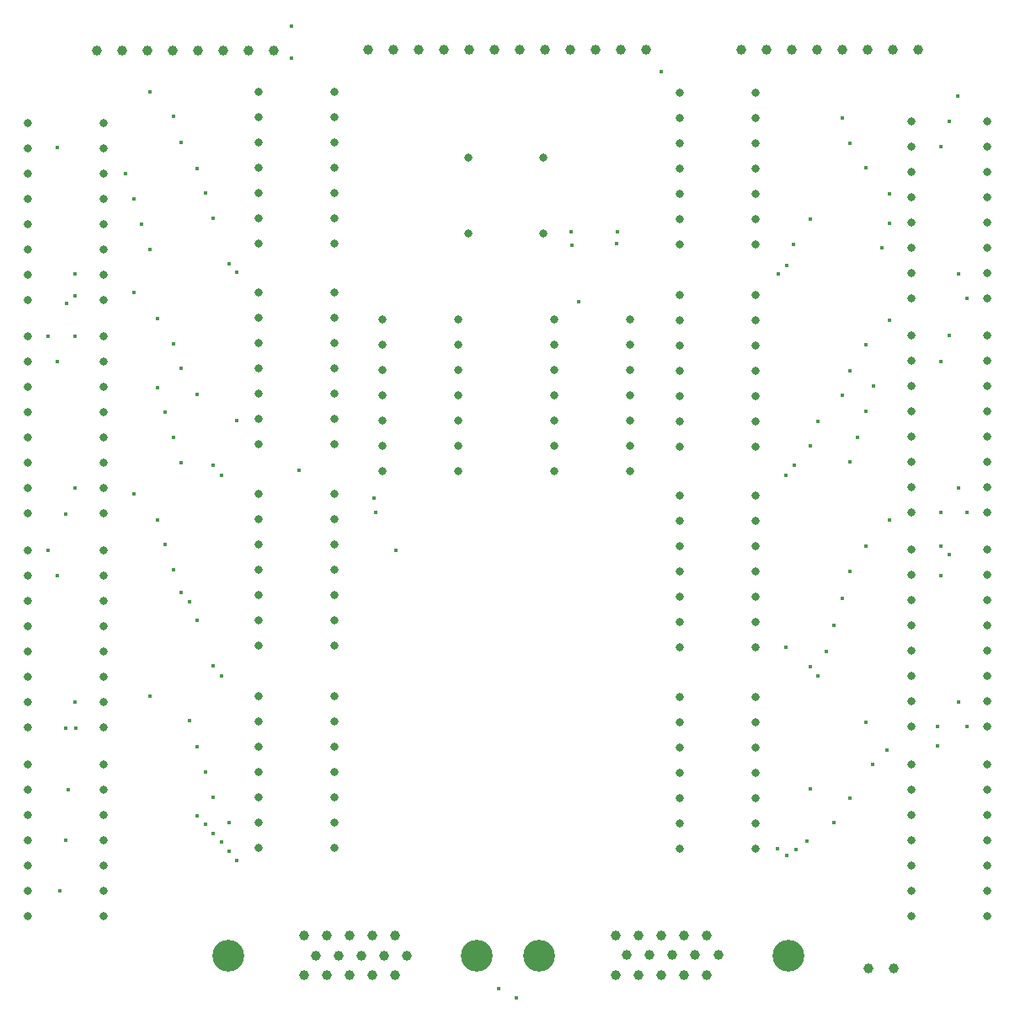
<source format=gbr>
%TF.GenerationSoftware,KiCad,Pcbnew,(6.0.5)*%
%TF.CreationDate,2023-02-18T09:08:39+02:00*%
%TF.ProjectId,VIDEOCARD_SCREENSYNC2.0,56494445-4f43-4415-9244-5f5343524545,rev?*%
%TF.SameCoordinates,Original*%
%TF.FileFunction,Plated,1,2,PTH,Drill*%
%TF.FilePolarity,Positive*%
%FSLAX46Y46*%
G04 Gerber Fmt 4.6, Leading zero omitted, Abs format (unit mm)*
G04 Created by KiCad (PCBNEW (6.0.5)) date 2023-02-18 09:08:39*
%MOMM*%
%LPD*%
G01*
G04 APERTURE LIST*
%TA.AperFunction,ViaDrill*%
%ADD10C,0.400000*%
%TD*%
%TA.AperFunction,ComponentDrill*%
%ADD11C,0.800000*%
%TD*%
%TA.AperFunction,ComponentDrill*%
%ADD12C,1.000000*%
%TD*%
%TA.AperFunction,ComponentDrill*%
%ADD13C,3.200000*%
%TD*%
G04 APERTURE END LIST*
D10*
X99880000Y-76070000D03*
X99880000Y-97570000D03*
X100780000Y-57070000D03*
X100780000Y-78570000D03*
X100780000Y-100070000D03*
X101050000Y-131750000D03*
X101630000Y-126670000D03*
X101680000Y-93870000D03*
X101680000Y-115370000D03*
X101700000Y-72700000D03*
X101900000Y-121600000D03*
X102580000Y-69770000D03*
X102580000Y-76070000D03*
X102580000Y-91270000D03*
X102580000Y-112770000D03*
X102580500Y-72000000D03*
X102680000Y-115370000D03*
X107650000Y-59650000D03*
X108480000Y-62270000D03*
X108480000Y-71670000D03*
X108480000Y-91870000D03*
X109280000Y-64770000D03*
X110080000Y-51470000D03*
X110080000Y-67270000D03*
X110080000Y-112170000D03*
X110880000Y-74270000D03*
X110880000Y-81170000D03*
X110880000Y-94470000D03*
X111680000Y-83670000D03*
X111680000Y-96970000D03*
X112480000Y-53970000D03*
X112480000Y-76770000D03*
X112480000Y-86170000D03*
X112480000Y-99470000D03*
X113280000Y-56570000D03*
X113280000Y-79270000D03*
X113280000Y-88770000D03*
X113280000Y-101770000D03*
X114080000Y-102670000D03*
X114080000Y-114670000D03*
X114880000Y-59170000D03*
X114880000Y-81870000D03*
X114880000Y-104570000D03*
X114880000Y-117270000D03*
X114880000Y-124170000D03*
X115680000Y-61670000D03*
X115680000Y-119770000D03*
X115680000Y-125070000D03*
X116480000Y-64170000D03*
X116480000Y-88970000D03*
X116480000Y-109170000D03*
X116480000Y-122370000D03*
X116480000Y-125970000D03*
X117280000Y-89970000D03*
X117280000Y-110170000D03*
X117280000Y-126870000D03*
X118080000Y-68770000D03*
X118080000Y-124870000D03*
X118080000Y-127770000D03*
X118880000Y-69570000D03*
X118880000Y-84470000D03*
X118880000Y-128670000D03*
X124380000Y-44870000D03*
X124380000Y-48070000D03*
X125100000Y-89500000D03*
X132680000Y-92270000D03*
X132780000Y-93770000D03*
X134880000Y-97570000D03*
X145180000Y-141570000D03*
X146980000Y-142470000D03*
X152480000Y-65570000D03*
X152550000Y-66850000D03*
X153200000Y-72550000D03*
X157050000Y-66750000D03*
X157080000Y-65570000D03*
X161480000Y-49470000D03*
X173200000Y-127500000D03*
X173280000Y-69790000D03*
X174080000Y-90020000D03*
X174080000Y-107280000D03*
X174100000Y-68900000D03*
X174100000Y-128200000D03*
X174800000Y-66800000D03*
X174880000Y-89020000D03*
X175100000Y-127600000D03*
X176200000Y-126770000D03*
X176480000Y-64290000D03*
X176480000Y-87020000D03*
X176480000Y-109220000D03*
X176500000Y-121500000D03*
X177280000Y-84590000D03*
X177280000Y-110160000D03*
X178080000Y-107660000D03*
X178880000Y-105060000D03*
X178880000Y-124920000D03*
X179680000Y-54080000D03*
X179680000Y-81990000D03*
X179680000Y-102390000D03*
X180480000Y-56680000D03*
X180480000Y-79480000D03*
X180480000Y-88660000D03*
X180480000Y-99620000D03*
X180500000Y-122400000D03*
X181280000Y-86160000D03*
X182080000Y-59120000D03*
X182080000Y-76890000D03*
X182080000Y-83560000D03*
X182080000Y-97120000D03*
X182080000Y-114800000D03*
X182760000Y-119060000D03*
X182880000Y-81060000D03*
X183680000Y-67160000D03*
X184180000Y-117570000D03*
X184480000Y-61710000D03*
X184480000Y-64660000D03*
X184480000Y-74390000D03*
X184480000Y-94480000D03*
X189250000Y-115200000D03*
X189300000Y-117200000D03*
X189580000Y-56970000D03*
X189580000Y-78540000D03*
X189580000Y-93740000D03*
X189580000Y-97100000D03*
X189580000Y-100040000D03*
X190480000Y-54440000D03*
X190480000Y-75940000D03*
X190500000Y-97950000D03*
X191280000Y-51870000D03*
X191380000Y-69740000D03*
X191380000Y-91240000D03*
X191380000Y-112740000D03*
X192280000Y-72240000D03*
X192280000Y-93740000D03*
X192280000Y-115240000D03*
D11*
%TO.C,74LS161*%
X97880000Y-54570000D03*
X97880000Y-57110000D03*
X97880000Y-59650000D03*
X97880000Y-62190000D03*
X97880000Y-64730000D03*
X97880000Y-67270000D03*
X97880000Y-69810000D03*
X97880000Y-72350000D03*
X97880000Y-76070000D03*
X97880000Y-78610000D03*
X97880000Y-81150000D03*
X97880000Y-83690000D03*
X97880000Y-86230000D03*
X97880000Y-88770000D03*
X97880000Y-91310000D03*
X97880000Y-93850000D03*
X97880000Y-97570000D03*
X97880000Y-100110000D03*
X97880000Y-102650000D03*
X97880000Y-105190000D03*
X97880000Y-107730000D03*
X97880000Y-110270000D03*
X97880000Y-112810000D03*
X97880000Y-115350000D03*
%TO.C,74LS04*%
X97880000Y-119070000D03*
X97880000Y-121610000D03*
X97880000Y-124150000D03*
X97880000Y-126690000D03*
X97880000Y-129230000D03*
X97880000Y-131770000D03*
X97880000Y-134310000D03*
%TO.C,74LS161*%
X105500000Y-54570000D03*
X105500000Y-57110000D03*
X105500000Y-59650000D03*
X105500000Y-62190000D03*
X105500000Y-64730000D03*
X105500000Y-67270000D03*
X105500000Y-69810000D03*
X105500000Y-72350000D03*
X105500000Y-76070000D03*
X105500000Y-78610000D03*
X105500000Y-81150000D03*
X105500000Y-83690000D03*
X105500000Y-86230000D03*
X105500000Y-88770000D03*
X105500000Y-91310000D03*
X105500000Y-93850000D03*
X105500000Y-97570000D03*
X105500000Y-100110000D03*
X105500000Y-102650000D03*
X105500000Y-105190000D03*
X105500000Y-107730000D03*
X105500000Y-110270000D03*
X105500000Y-112810000D03*
X105500000Y-115350000D03*
%TO.C,74LS04*%
X105500000Y-119070000D03*
X105500000Y-121610000D03*
X105500000Y-124150000D03*
X105500000Y-126690000D03*
X105500000Y-129230000D03*
X105500000Y-131770000D03*
X105500000Y-134310000D03*
%TO.C,74LS30*%
X121080000Y-51470000D03*
X121080000Y-54010000D03*
X121080000Y-56550000D03*
X121080000Y-59090000D03*
X121080000Y-61630000D03*
X121080000Y-64170000D03*
X121080000Y-66710000D03*
X121080000Y-71670000D03*
X121080000Y-74210000D03*
X121080000Y-76750000D03*
X121080000Y-79290000D03*
X121080000Y-81830000D03*
X121080000Y-84370000D03*
X121080000Y-86910000D03*
X121080000Y-91870000D03*
X121080000Y-94410000D03*
X121080000Y-96950000D03*
X121080000Y-99490000D03*
X121080000Y-102030000D03*
X121080000Y-104570000D03*
X121080000Y-107110000D03*
X121080000Y-112170000D03*
X121080000Y-114710000D03*
X121080000Y-117250000D03*
X121080000Y-119790000D03*
X121080000Y-122330000D03*
X121080000Y-124870000D03*
X121080000Y-127410000D03*
X128700000Y-51470000D03*
X128700000Y-54010000D03*
X128700000Y-56550000D03*
X128700000Y-59090000D03*
X128700000Y-61630000D03*
X128700000Y-64170000D03*
X128700000Y-66710000D03*
X128700000Y-71670000D03*
X128700000Y-74210000D03*
X128700000Y-76750000D03*
X128700000Y-79290000D03*
X128700000Y-81830000D03*
X128700000Y-84370000D03*
X128700000Y-86910000D03*
X128700000Y-91870000D03*
X128700000Y-94410000D03*
X128700000Y-96950000D03*
X128700000Y-99490000D03*
X128700000Y-102030000D03*
X128700000Y-104570000D03*
X128700000Y-107110000D03*
X128700000Y-112170000D03*
X128700000Y-114710000D03*
X128700000Y-117250000D03*
X128700000Y-119790000D03*
X128700000Y-122330000D03*
X128700000Y-124870000D03*
X128700000Y-127410000D03*
%TO.C,74LS00*%
X133500000Y-74300000D03*
X133500000Y-76840000D03*
X133500000Y-79380000D03*
X133500000Y-81920000D03*
X133500000Y-84460000D03*
X133500000Y-87000000D03*
X133500000Y-89540000D03*
X141120000Y-74300000D03*
X141120000Y-76840000D03*
X141120000Y-79380000D03*
X141120000Y-81920000D03*
X141120000Y-84460000D03*
X141120000Y-87000000D03*
X141120000Y-89540000D03*
%TO.C,*%
X142100000Y-58100000D03*
X142100000Y-65700000D03*
X149700000Y-58100000D03*
X149700000Y-65700000D03*
%TO.C,74LS00*%
X150800000Y-74375000D03*
X150800000Y-76915000D03*
X150800000Y-79455000D03*
X150800000Y-81995000D03*
X150800000Y-84535000D03*
X150800000Y-87075000D03*
X150800000Y-89615000D03*
X158420000Y-74375000D03*
X158420000Y-76915000D03*
X158420000Y-79455000D03*
X158420000Y-81995000D03*
X158420000Y-84535000D03*
X158420000Y-87075000D03*
X158420000Y-89615000D03*
%TO.C,74LS30*%
X163360000Y-51550000D03*
X163360000Y-54090000D03*
X163360000Y-56630000D03*
X163360000Y-59170000D03*
X163360000Y-61710000D03*
X163360000Y-64250000D03*
X163360000Y-66790000D03*
X163360000Y-71850000D03*
X163360000Y-74390000D03*
X163360000Y-76930000D03*
X163360000Y-79470000D03*
X163360000Y-82010000D03*
X163360000Y-84550000D03*
X163360000Y-87090000D03*
X163360000Y-92050000D03*
X163360000Y-94590000D03*
X163360000Y-97130000D03*
X163360000Y-99670000D03*
X163360000Y-102210000D03*
X163360000Y-104750000D03*
X163360000Y-107290000D03*
X163360000Y-112250000D03*
X163360000Y-114790000D03*
X163360000Y-117330000D03*
X163360000Y-119870000D03*
X163360000Y-122410000D03*
X163360000Y-124950000D03*
X163360000Y-127490000D03*
X170980000Y-51550000D03*
X170980000Y-54090000D03*
X170980000Y-56630000D03*
X170980000Y-59170000D03*
X170980000Y-61710000D03*
X170980000Y-64250000D03*
X170980000Y-66790000D03*
X170980000Y-71850000D03*
X170980000Y-74390000D03*
X170980000Y-76930000D03*
X170980000Y-79470000D03*
X170980000Y-82010000D03*
X170980000Y-84550000D03*
X170980000Y-87090000D03*
X170980000Y-92050000D03*
X170980000Y-94590000D03*
X170980000Y-97130000D03*
X170980000Y-99670000D03*
X170980000Y-102210000D03*
X170980000Y-104750000D03*
X170980000Y-107290000D03*
X170980000Y-112250000D03*
X170980000Y-114790000D03*
X170980000Y-117330000D03*
X170980000Y-119870000D03*
X170980000Y-122410000D03*
X170980000Y-124950000D03*
X170980000Y-127490000D03*
%TO.C,74LS161*%
X186660000Y-54460000D03*
X186660000Y-57000000D03*
X186660000Y-59540000D03*
X186660000Y-62080000D03*
X186660000Y-64620000D03*
X186660000Y-67160000D03*
X186660000Y-69700000D03*
X186660000Y-72240000D03*
X186660000Y-75960000D03*
X186660000Y-78500000D03*
X186660000Y-81040000D03*
X186660000Y-83580000D03*
X186660000Y-86120000D03*
X186660000Y-88660000D03*
X186660000Y-91200000D03*
X186660000Y-93740000D03*
X186660000Y-97460000D03*
X186660000Y-100000000D03*
X186660000Y-102540000D03*
X186660000Y-105080000D03*
X186660000Y-107620000D03*
X186660000Y-110160000D03*
X186660000Y-112700000D03*
X186660000Y-115240000D03*
%TO.C,74LS04*%
X186680000Y-119060000D03*
X186680000Y-121600000D03*
X186680000Y-124140000D03*
X186680000Y-126680000D03*
X186680000Y-129220000D03*
X186680000Y-131760000D03*
X186680000Y-134300000D03*
%TO.C,74LS161*%
X194280000Y-54460000D03*
X194280000Y-57000000D03*
X194280000Y-59540000D03*
X194280000Y-62080000D03*
X194280000Y-64620000D03*
X194280000Y-67160000D03*
X194280000Y-69700000D03*
X194280000Y-72240000D03*
X194280000Y-75960000D03*
X194280000Y-78500000D03*
X194280000Y-81040000D03*
X194280000Y-83580000D03*
X194280000Y-86120000D03*
X194280000Y-88660000D03*
X194280000Y-91200000D03*
X194280000Y-93740000D03*
X194280000Y-97460000D03*
X194280000Y-100000000D03*
X194280000Y-102540000D03*
X194280000Y-105080000D03*
X194280000Y-107620000D03*
X194280000Y-110160000D03*
X194280000Y-112700000D03*
X194280000Y-115240000D03*
%TO.C,74LS04*%
X194300000Y-119060000D03*
X194300000Y-121600000D03*
X194300000Y-124140000D03*
X194300000Y-126680000D03*
X194300000Y-129220000D03*
X194300000Y-131760000D03*
X194300000Y-134300000D03*
D12*
%TO.C,REF\u002A\u002A*%
X104800000Y-47300000D03*
X107340000Y-47300000D03*
X109880000Y-47300000D03*
X112420000Y-47300000D03*
X114960000Y-47300000D03*
X117500000Y-47300000D03*
X120040000Y-47300000D03*
X122580000Y-47300000D03*
%TO.C,VGA PORT 1*%
X125630000Y-136250000D03*
X125630000Y-140210000D03*
X126775000Y-138230000D03*
X127920000Y-136250000D03*
X127920000Y-140210000D03*
X129065000Y-138230000D03*
X130210000Y-136250000D03*
X130210000Y-140210000D03*
X131355000Y-138230000D03*
%TO.C,REF\u002A\u002A*%
X132025000Y-47275000D03*
%TO.C,VGA PORT 1*%
X132500000Y-136250000D03*
X132500000Y-140210000D03*
X133645000Y-138230000D03*
%TO.C,REF\u002A\u002A*%
X134565000Y-47275000D03*
%TO.C,VGA PORT 1*%
X134790000Y-136250000D03*
X134790000Y-140210000D03*
X135935000Y-138230000D03*
%TO.C,REF\u002A\u002A*%
X137105000Y-47275000D03*
X139645000Y-47275000D03*
X142185000Y-47275000D03*
X144725000Y-47275000D03*
X147265000Y-47275000D03*
X149805000Y-47275000D03*
X152345000Y-47275000D03*
X154885000Y-47275000D03*
%TO.C,VGA PORT 2*%
X156925000Y-136240000D03*
X156925000Y-140200000D03*
%TO.C,REF\u002A\u002A*%
X157425000Y-47275000D03*
%TO.C,VGA PORT 2*%
X158070000Y-138220000D03*
X159215000Y-136240000D03*
X159215000Y-140200000D03*
%TO.C,REF\u002A\u002A*%
X159965000Y-47275000D03*
%TO.C,VGA PORT 2*%
X160360000Y-138220000D03*
X161505000Y-136240000D03*
X161505000Y-140200000D03*
X162650000Y-138220000D03*
X163795000Y-136240000D03*
X163795000Y-140200000D03*
X164940000Y-138220000D03*
X166085000Y-136240000D03*
X166085000Y-140200000D03*
X167230000Y-138220000D03*
%TO.C,REF\u002A\u002A*%
X169525000Y-47275000D03*
X172065000Y-47275000D03*
X174605000Y-47275000D03*
X177145000Y-47275000D03*
X179685000Y-47275000D03*
X182225000Y-47275000D03*
X182305000Y-139570000D03*
X184765000Y-47275000D03*
X184845000Y-139570000D03*
X187305000Y-47275000D03*
D13*
%TO.C,VGA PORT 1*%
X117975000Y-138300000D03*
X142975000Y-138300000D03*
%TO.C,VGA PORT 2*%
X149270000Y-138290000D03*
X174270000Y-138290000D03*
M02*

</source>
